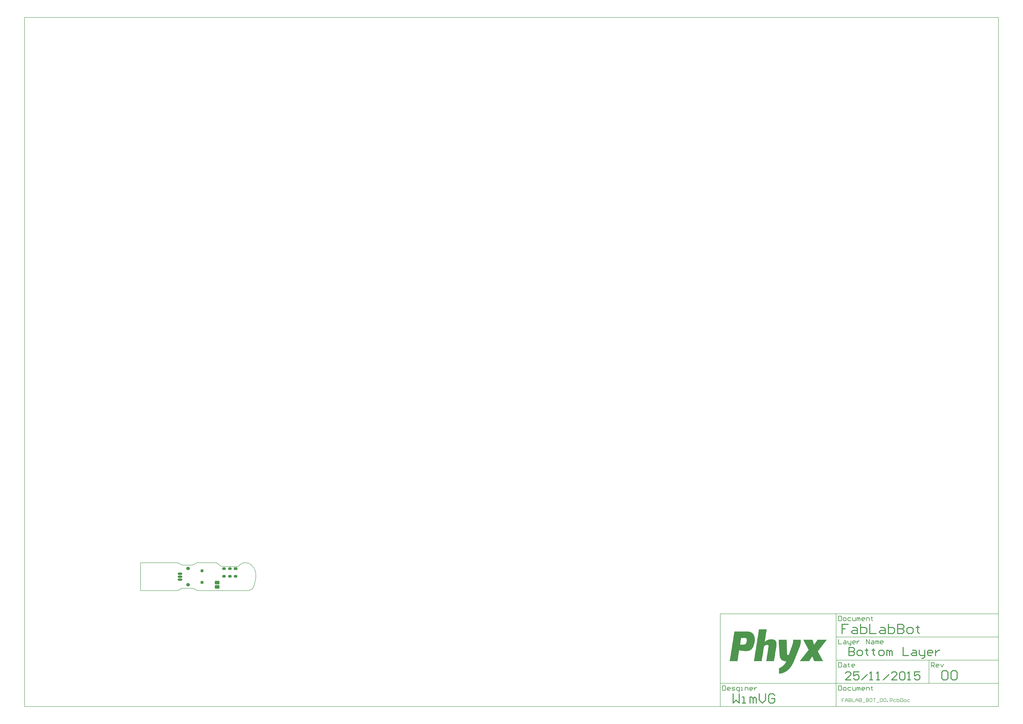
<source format=gbl>
G04 Layer_Physical_Order=2*
G04 Layer_Color=40191*
%FSLAX25Y25*%
%MOIN*%
G70*
G01*
G75*
%ADD12C,0.01575*%
%ADD13C,0.00787*%
%ADD14C,0.00984*%
%ADD15C,0.05906*%
G04:AMPARAMS|DCode=16|XSize=49.21mil|YSize=49.21mil|CornerRadius=12.3mil|HoleSize=0mil|Usage=FLASHONLY|Rotation=90.000|XOffset=0mil|YOffset=0mil|HoleType=Round|Shape=RoundedRectangle|*
%AMROUNDEDRECTD16*
21,1,0.04921,0.02461,0,0,90.0*
21,1,0.02461,0.04921,0,0,90.0*
1,1,0.02461,0.01230,0.01230*
1,1,0.02461,0.01230,-0.01230*
1,1,0.02461,-0.01230,-0.01230*
1,1,0.02461,-0.01230,0.01230*
%
%ADD16ROUNDEDRECTD16*%
%ADD17R,0.04921X0.04921*%
%ADD18O,0.07874X0.03937*%
%ADD19O,0.07874X0.03937*%
G04:AMPARAMS|DCode=20|XSize=78.74mil|YSize=62.99mil|CornerRadius=15.75mil|HoleSize=0mil|Usage=FLASHONLY|Rotation=180.000|XOffset=0mil|YOffset=0mil|HoleType=Round|Shape=RoundedRectangle|*
%AMROUNDEDRECTD20*
21,1,0.07874,0.03150,0,0,180.0*
21,1,0.04724,0.06299,0,0,180.0*
1,1,0.03150,-0.02362,0.01575*
1,1,0.03150,0.02362,0.01575*
1,1,0.03150,0.02362,-0.01575*
1,1,0.03150,-0.02362,-0.01575*
%
%ADD20ROUNDEDRECTD20*%
%ADD21O,0.06299X0.04724*%
G04:AMPARAMS|DCode=22|XSize=62.99mil|YSize=47.24mil|CornerRadius=11.81mil|HoleSize=0mil|Usage=FLASHONLY|Rotation=180.000|XOffset=0mil|YOffset=0mil|HoleType=Round|Shape=RoundedRectangle|*
%AMROUNDEDRECTD22*
21,1,0.06299,0.02362,0,0,180.0*
21,1,0.03937,0.04724,0,0,180.0*
1,1,0.02362,-0.01969,0.01181*
1,1,0.02362,0.01969,0.01181*
1,1,0.02362,0.01969,-0.01181*
1,1,0.02362,-0.01969,-0.01181*
%
%ADD22ROUNDEDRECTD22*%
G36*
X1121080Y-83717D02*
Y-84003D01*
Y-84290D01*
Y-84576D01*
Y-84862D01*
Y-85149D01*
Y-85435D01*
Y-85721D01*
Y-86007D01*
Y-86294D01*
Y-86580D01*
Y-86866D01*
Y-87153D01*
Y-87439D01*
Y-87725D01*
Y-88012D01*
Y-88298D01*
Y-88584D01*
Y-88871D01*
Y-89157D01*
Y-89443D01*
X1120793D01*
Y-89730D01*
Y-90016D01*
Y-90302D01*
Y-90588D01*
Y-90875D01*
X1120507D01*
Y-91161D01*
Y-91448D01*
Y-91734D01*
Y-92020D01*
X1120221D01*
Y-92306D01*
Y-92593D01*
Y-92879D01*
Y-93165D01*
X1119934D01*
Y-93452D01*
Y-93738D01*
Y-94024D01*
X1119648D01*
Y-94311D01*
Y-94597D01*
Y-94883D01*
X1119362D01*
Y-95170D01*
Y-95456D01*
Y-95742D01*
X1119075D01*
Y-96029D01*
Y-96315D01*
Y-96601D01*
X1118789D01*
Y-96887D01*
Y-97174D01*
X1118503D01*
Y-97460D01*
Y-97746D01*
X1118217D01*
Y-98033D01*
Y-98319D01*
Y-98605D01*
X1117930D01*
Y-98892D01*
Y-99178D01*
X1117644D01*
Y-99464D01*
Y-99751D01*
Y-100037D01*
X1117358D01*
Y-100323D01*
Y-100610D01*
X1117071D01*
Y-100896D01*
Y-101182D01*
Y-101468D01*
X1116785D01*
Y-101755D01*
Y-102041D01*
X1116499D01*
Y-102327D01*
Y-102614D01*
Y-102900D01*
X1116212D01*
Y-103186D01*
Y-103473D01*
X1115926D01*
Y-103759D01*
Y-104045D01*
Y-104332D01*
X1115640D01*
Y-104618D01*
Y-104904D01*
X1115353D01*
Y-105191D01*
Y-105477D01*
Y-105763D01*
X1115067D01*
Y-106049D01*
Y-106336D01*
X1114781D01*
Y-106622D01*
Y-106908D01*
Y-107195D01*
X1114494D01*
Y-107481D01*
Y-107767D01*
X1114208D01*
Y-108054D01*
Y-108340D01*
Y-108626D01*
X1113922D01*
Y-108913D01*
Y-109199D01*
X1113636D01*
Y-109485D01*
Y-109772D01*
Y-110058D01*
X1113349D01*
Y-110344D01*
Y-110630D01*
X1113063D01*
Y-110917D01*
Y-111203D01*
Y-111489D01*
X1112776D01*
Y-111776D01*
Y-112062D01*
X1112490D01*
Y-112348D01*
Y-112635D01*
Y-112921D01*
X1112204D01*
Y-113207D01*
Y-113494D01*
X1111918D01*
Y-113780D01*
Y-114066D01*
Y-114353D01*
X1111631D01*
Y-114639D01*
Y-114925D01*
X1111345D01*
Y-115211D01*
Y-115498D01*
Y-115784D01*
X1111059D01*
Y-116070D01*
Y-116357D01*
X1110772D01*
Y-116643D01*
Y-116929D01*
Y-117216D01*
X1110486D01*
Y-117502D01*
Y-117788D01*
X1110200D01*
Y-118075D01*
Y-118361D01*
Y-118647D01*
X1109913D01*
Y-118933D01*
Y-119220D01*
X1109627D01*
Y-119506D01*
Y-119792D01*
Y-120079D01*
X1109341D01*
Y-120365D01*
Y-120651D01*
X1109054D01*
Y-120938D01*
Y-121224D01*
X1108768D01*
Y-121510D01*
Y-121797D01*
X1108482D01*
Y-122083D01*
Y-122369D01*
Y-122656D01*
X1108195D01*
Y-122942D01*
X1107909D01*
Y-123228D01*
Y-123514D01*
Y-123801D01*
X1107623D01*
Y-124087D01*
X1107337D01*
Y-124373D01*
Y-124660D01*
X1107050D01*
Y-124946D01*
Y-125232D01*
X1106764D01*
Y-125519D01*
Y-125805D01*
X1106478D01*
Y-126091D01*
Y-126378D01*
X1106191D01*
Y-126664D01*
X1105905D01*
Y-126950D01*
Y-127237D01*
X1105619D01*
Y-127523D01*
Y-127809D01*
X1105332D01*
Y-128095D01*
X1105046D01*
Y-128382D01*
X1104760D01*
Y-128668D01*
Y-128954D01*
X1104473D01*
Y-129241D01*
X1104187D01*
Y-129527D01*
Y-129813D01*
X1103901D01*
Y-130100D01*
X1103615D01*
Y-130386D01*
X1103328D01*
Y-130672D01*
Y-130959D01*
X1103042D01*
Y-131245D01*
X1102756D01*
Y-131531D01*
X1102469D01*
Y-131818D01*
X1102183D01*
Y-132104D01*
X1101897D01*
Y-132390D01*
Y-132676D01*
X1101610D01*
Y-132963D01*
X1101324D01*
Y-133249D01*
X1101038D01*
Y-133535D01*
X1100751D01*
Y-133822D01*
X1100465D01*
Y-134108D01*
X1100179D01*
Y-134394D01*
X1099892D01*
Y-134681D01*
X1099320D01*
Y-134967D01*
X1099034D01*
Y-135253D01*
X1098747D01*
Y-135540D01*
X1098461D01*
Y-135826D01*
X1098175D01*
Y-136112D01*
X1097602D01*
Y-136399D01*
X1097316D01*
Y-136685D01*
X1096743D01*
Y-136971D01*
X1096457D01*
Y-137258D01*
X1095884D01*
Y-137544D01*
X1095598D01*
Y-137830D01*
X1095025D01*
Y-138117D01*
X1094452D01*
Y-138403D01*
X1093880D01*
Y-138689D01*
X1093307D01*
Y-138975D01*
X1092735D01*
Y-139262D01*
X1091876D01*
Y-139548D01*
X1091303D01*
Y-139834D01*
X1090444D01*
Y-140121D01*
X1089299D01*
Y-140407D01*
X1088154D01*
Y-140693D01*
X1086436D01*
Y-140980D01*
X1084432D01*
Y-141266D01*
X1084145D01*
Y-140980D01*
Y-140693D01*
Y-140407D01*
Y-140121D01*
Y-139834D01*
Y-139548D01*
Y-139262D01*
Y-138975D01*
Y-138689D01*
Y-138403D01*
Y-138117D01*
Y-137830D01*
Y-137544D01*
Y-137258D01*
Y-136971D01*
Y-136685D01*
Y-136399D01*
Y-136112D01*
Y-135826D01*
Y-135540D01*
Y-135253D01*
Y-134967D01*
Y-134681D01*
Y-134394D01*
Y-134108D01*
Y-133822D01*
Y-133535D01*
Y-133249D01*
Y-132963D01*
Y-132676D01*
Y-132390D01*
Y-132104D01*
Y-131818D01*
X1084718D01*
Y-131531D01*
X1085291D01*
Y-131245D01*
X1085863D01*
Y-130959D01*
X1086436D01*
Y-130672D01*
X1087008D01*
Y-130386D01*
X1087581D01*
Y-130100D01*
X1087867D01*
Y-129813D01*
X1088440D01*
Y-129527D01*
X1088726D01*
Y-129241D01*
X1089299D01*
Y-128954D01*
X1089585D01*
Y-128668D01*
X1089872D01*
Y-128382D01*
X1090444D01*
Y-128095D01*
X1090730D01*
Y-127809D01*
X1091017D01*
Y-127523D01*
X1091303D01*
Y-127237D01*
X1091589D01*
Y-126950D01*
X1091876D01*
Y-126664D01*
X1092162D01*
Y-126378D01*
X1092448D01*
Y-126091D01*
X1092735D01*
Y-125805D01*
X1093021D01*
Y-125519D01*
X1093307D01*
Y-125232D01*
X1093594D01*
Y-124946D01*
Y-124660D01*
X1093880D01*
Y-124373D01*
X1094166D01*
Y-124087D01*
X1094452D01*
Y-123801D01*
Y-123514D01*
X1094739D01*
Y-123228D01*
X1095025D01*
Y-122942D01*
Y-122656D01*
X1095311D01*
Y-122369D01*
Y-122083D01*
X1095598D01*
Y-121797D01*
X1095884D01*
Y-121510D01*
Y-121224D01*
X1096170D01*
Y-120938D01*
Y-120651D01*
X1096457D01*
Y-120365D01*
Y-120079D01*
X1094739D01*
Y-119792D01*
X1092735D01*
Y-119506D01*
X1091589D01*
Y-119220D01*
X1091017D01*
Y-118933D01*
X1090158D01*
Y-118647D01*
X1089585D01*
Y-118361D01*
X1089299D01*
Y-118075D01*
X1088726D01*
Y-117788D01*
X1088440D01*
Y-117502D01*
X1088154D01*
Y-117216D01*
X1087867D01*
Y-116929D01*
X1087581D01*
Y-116643D01*
X1087295D01*
Y-116357D01*
Y-116070D01*
X1087008D01*
Y-115784D01*
X1086722D01*
Y-115498D01*
Y-115211D01*
X1086436D01*
Y-114925D01*
Y-114639D01*
X1086149D01*
Y-114353D01*
Y-114066D01*
X1085863D01*
Y-113780D01*
Y-113494D01*
Y-113207D01*
X1085577D01*
Y-112921D01*
Y-112635D01*
Y-112348D01*
Y-112062D01*
X1085291D01*
Y-111776D01*
Y-111489D01*
Y-111203D01*
Y-110917D01*
Y-110630D01*
Y-110344D01*
Y-110058D01*
X1085004D01*
Y-109772D01*
Y-109485D01*
Y-109199D01*
Y-108913D01*
Y-108626D01*
Y-108340D01*
Y-108054D01*
Y-107767D01*
Y-107481D01*
Y-107195D01*
Y-106908D01*
Y-106622D01*
Y-106336D01*
Y-106049D01*
Y-105763D01*
X1084718D01*
Y-105477D01*
Y-105191D01*
Y-104904D01*
Y-104618D01*
Y-104332D01*
Y-104045D01*
Y-103759D01*
Y-103473D01*
Y-103186D01*
Y-102900D01*
Y-102614D01*
Y-102327D01*
Y-102041D01*
Y-101755D01*
Y-101468D01*
X1084432D01*
Y-101182D01*
Y-100896D01*
Y-100610D01*
Y-100323D01*
Y-100037D01*
Y-99751D01*
Y-99464D01*
Y-99178D01*
Y-98892D01*
Y-98605D01*
Y-98319D01*
Y-98033D01*
Y-97746D01*
Y-97460D01*
Y-97174D01*
Y-96887D01*
X1084145D01*
Y-96601D01*
Y-96315D01*
Y-96029D01*
Y-95742D01*
Y-95456D01*
Y-95170D01*
Y-94883D01*
Y-94597D01*
Y-94311D01*
Y-94024D01*
Y-93738D01*
Y-93452D01*
Y-93165D01*
Y-92879D01*
Y-92593D01*
Y-92306D01*
X1083859D01*
Y-92020D01*
Y-91734D01*
Y-91448D01*
Y-91161D01*
Y-90875D01*
Y-90588D01*
Y-90302D01*
Y-90016D01*
Y-89730D01*
Y-89443D01*
Y-89157D01*
Y-88871D01*
Y-88584D01*
Y-88298D01*
X1083573D01*
Y-88012D01*
Y-87725D01*
Y-87439D01*
Y-87153D01*
Y-86866D01*
Y-86580D01*
Y-86294D01*
Y-86007D01*
Y-85721D01*
Y-85435D01*
Y-85149D01*
Y-84862D01*
Y-84576D01*
Y-84290D01*
Y-84003D01*
Y-83717D01*
X1083286D01*
Y-83431D01*
X1097029D01*
Y-83717D01*
Y-84003D01*
Y-84290D01*
Y-84576D01*
Y-84862D01*
Y-85149D01*
Y-85435D01*
Y-85721D01*
Y-86007D01*
Y-86294D01*
Y-86580D01*
Y-86866D01*
Y-87153D01*
Y-87439D01*
X1097316D01*
Y-87725D01*
Y-88012D01*
Y-88298D01*
Y-88584D01*
Y-88871D01*
Y-89157D01*
Y-89443D01*
Y-89730D01*
Y-90016D01*
Y-90302D01*
Y-90588D01*
Y-90875D01*
Y-91161D01*
Y-91448D01*
Y-91734D01*
Y-92020D01*
Y-92306D01*
Y-92593D01*
Y-92879D01*
Y-93165D01*
Y-93452D01*
Y-93738D01*
Y-94024D01*
Y-94311D01*
Y-94597D01*
Y-94883D01*
Y-95170D01*
Y-95456D01*
Y-95742D01*
Y-96029D01*
Y-96315D01*
Y-96601D01*
Y-96887D01*
Y-97174D01*
Y-97460D01*
Y-97746D01*
Y-98033D01*
Y-98319D01*
Y-98605D01*
Y-98892D01*
Y-99178D01*
X1097602D01*
Y-99464D01*
X1097316D01*
Y-99751D01*
Y-100037D01*
X1097602D01*
Y-100323D01*
Y-100610D01*
Y-100896D01*
Y-101182D01*
Y-101468D01*
Y-101755D01*
Y-102041D01*
Y-102327D01*
Y-102614D01*
Y-102900D01*
Y-103186D01*
Y-103473D01*
Y-103759D01*
Y-104045D01*
Y-104332D01*
Y-104618D01*
Y-104904D01*
Y-105191D01*
Y-105477D01*
Y-105763D01*
Y-106049D01*
Y-106336D01*
Y-106622D01*
Y-106908D01*
Y-107195D01*
Y-107481D01*
X1097888D01*
Y-107767D01*
Y-108054D01*
Y-108340D01*
X1098175D01*
Y-108626D01*
X1098461D01*
Y-108913D01*
X1098747D01*
Y-109199D01*
X1099606D01*
Y-109485D01*
X1100465D01*
Y-109199D01*
X1100751D01*
Y-108913D01*
Y-108626D01*
Y-108340D01*
X1101038D01*
Y-108054D01*
Y-107767D01*
X1101324D01*
Y-107481D01*
Y-107195D01*
Y-106908D01*
X1101610D01*
Y-106622D01*
Y-106336D01*
Y-106049D01*
X1101897D01*
Y-105763D01*
Y-105477D01*
Y-105191D01*
X1102183D01*
Y-104904D01*
Y-104618D01*
Y-104332D01*
X1102469D01*
Y-104045D01*
Y-103759D01*
X1102756D01*
Y-103473D01*
Y-103186D01*
Y-102900D01*
X1103042D01*
Y-102614D01*
Y-102327D01*
Y-102041D01*
X1103328D01*
Y-101755D01*
Y-101468D01*
Y-101182D01*
X1103615D01*
Y-100896D01*
Y-100610D01*
X1103901D01*
Y-100323D01*
Y-100037D01*
Y-99751D01*
X1104187D01*
Y-99464D01*
Y-99178D01*
Y-98892D01*
X1104473D01*
Y-98605D01*
Y-98319D01*
Y-98033D01*
X1104760D01*
Y-97746D01*
Y-97460D01*
X1105046D01*
Y-97174D01*
Y-96887D01*
Y-96601D01*
X1105332D01*
Y-96315D01*
Y-96029D01*
Y-95742D01*
X1105619D01*
Y-95456D01*
Y-95170D01*
Y-94883D01*
X1105905D01*
Y-94597D01*
Y-94311D01*
X1106191D01*
Y-94024D01*
Y-93738D01*
Y-93452D01*
X1106478D01*
Y-93165D01*
Y-92879D01*
Y-92593D01*
X1106764D01*
Y-92306D01*
Y-92020D01*
Y-91734D01*
X1107050D01*
Y-91448D01*
Y-91161D01*
Y-90875D01*
Y-90588D01*
X1107337D01*
Y-90302D01*
Y-90016D01*
Y-89730D01*
Y-89443D01*
X1107623D01*
Y-89157D01*
Y-88871D01*
Y-88584D01*
Y-88298D01*
Y-88012D01*
X1107909D01*
Y-87725D01*
Y-87439D01*
Y-87153D01*
Y-86866D01*
Y-86580D01*
Y-86294D01*
X1108195D01*
Y-86007D01*
Y-85721D01*
Y-85435D01*
Y-85149D01*
Y-84862D01*
Y-84576D01*
Y-84290D01*
Y-84003D01*
Y-83717D01*
Y-83431D01*
X1121080D01*
Y-83717D01*
D02*
G37*
G36*
X1063244Y-66252D02*
Y-66538D01*
X1062958D01*
Y-66825D01*
Y-67111D01*
Y-67397D01*
Y-67684D01*
Y-67970D01*
Y-68256D01*
X1062672D01*
Y-68542D01*
Y-68829D01*
Y-69115D01*
Y-69401D01*
Y-69688D01*
Y-69974D01*
X1062385D01*
Y-70260D01*
Y-70547D01*
Y-70833D01*
Y-71119D01*
Y-71406D01*
Y-71692D01*
Y-71978D01*
X1062099D01*
Y-72264D01*
Y-72551D01*
Y-72837D01*
Y-73123D01*
Y-73410D01*
Y-73696D01*
X1061813D01*
Y-73982D01*
Y-74269D01*
Y-74555D01*
Y-74841D01*
Y-75128D01*
Y-75414D01*
X1061526D01*
Y-75700D01*
Y-75987D01*
Y-76273D01*
Y-76559D01*
Y-76846D01*
Y-77132D01*
Y-77418D01*
X1061240D01*
Y-77704D01*
Y-77991D01*
Y-78277D01*
Y-78563D01*
Y-78850D01*
Y-79136D01*
X1060954D01*
Y-79422D01*
Y-79709D01*
Y-79995D01*
Y-80281D01*
Y-80568D01*
Y-80854D01*
X1060668D01*
Y-81140D01*
Y-81427D01*
Y-81713D01*
Y-81999D01*
Y-82285D01*
Y-82572D01*
X1060381D01*
Y-82858D01*
Y-83144D01*
Y-83431D01*
Y-83717D01*
Y-84003D01*
Y-84290D01*
Y-84576D01*
X1060095D01*
Y-84862D01*
Y-85149D01*
Y-85435D01*
Y-85721D01*
Y-86007D01*
Y-86294D01*
X1059809D01*
Y-86580D01*
Y-86866D01*
X1060381D01*
Y-86580D01*
X1060668D01*
Y-86294D01*
X1060954D01*
Y-86007D01*
X1061526D01*
Y-85721D01*
X1061813D01*
Y-85435D01*
X1062099D01*
Y-85149D01*
X1062672D01*
Y-84862D01*
X1063244D01*
Y-84576D01*
X1063531D01*
Y-84290D01*
X1064103D01*
Y-84003D01*
X1064962D01*
Y-83717D01*
X1065535D01*
Y-83431D01*
X1066394D01*
Y-83144D01*
X1067825D01*
Y-82858D01*
X1074124D01*
Y-83144D01*
X1075270D01*
Y-83431D01*
X1076128D01*
Y-83717D01*
X1076701D01*
Y-84003D01*
X1076987D01*
Y-84290D01*
X1077560D01*
Y-84576D01*
X1077846D01*
Y-84862D01*
X1078133D01*
Y-85149D01*
X1078419D01*
Y-85435D01*
X1078705D01*
Y-85721D01*
Y-86007D01*
X1078992D01*
Y-86294D01*
Y-86580D01*
X1079278D01*
Y-86866D01*
Y-87153D01*
Y-87439D01*
X1079564D01*
Y-87725D01*
Y-88012D01*
Y-88298D01*
Y-88584D01*
X1079850D01*
Y-88871D01*
Y-89157D01*
Y-89443D01*
Y-89730D01*
Y-90016D01*
Y-90302D01*
Y-90588D01*
Y-90875D01*
Y-91161D01*
Y-91448D01*
Y-91734D01*
Y-92020D01*
Y-92306D01*
Y-92593D01*
Y-92879D01*
Y-93165D01*
Y-93452D01*
Y-93738D01*
X1079564D01*
Y-94024D01*
Y-94311D01*
Y-94597D01*
Y-94883D01*
Y-95170D01*
Y-95456D01*
Y-95742D01*
X1079278D01*
Y-96029D01*
Y-96315D01*
Y-96601D01*
Y-96887D01*
Y-97174D01*
Y-97460D01*
Y-97746D01*
X1078992D01*
Y-98033D01*
Y-98319D01*
Y-98605D01*
Y-98892D01*
Y-99178D01*
Y-99464D01*
X1078705D01*
Y-99751D01*
Y-100037D01*
Y-100323D01*
Y-100610D01*
Y-100896D01*
Y-101182D01*
X1078419D01*
Y-101468D01*
Y-101755D01*
Y-102041D01*
Y-102327D01*
Y-102614D01*
Y-102900D01*
X1078133D01*
Y-103186D01*
Y-103473D01*
Y-103759D01*
Y-104045D01*
Y-104332D01*
Y-104618D01*
Y-104904D01*
X1077846D01*
Y-105191D01*
Y-105477D01*
Y-105763D01*
Y-106049D01*
Y-106336D01*
Y-106622D01*
X1077560D01*
Y-106908D01*
Y-107195D01*
Y-107481D01*
Y-107767D01*
Y-108054D01*
Y-108340D01*
X1077274D01*
Y-108626D01*
Y-108913D01*
Y-109199D01*
Y-109485D01*
Y-109772D01*
Y-110058D01*
Y-110344D01*
X1076987D01*
Y-110630D01*
Y-110917D01*
Y-111203D01*
Y-111489D01*
Y-111776D01*
Y-112062D01*
X1076701D01*
Y-112348D01*
Y-112635D01*
Y-112921D01*
Y-113207D01*
Y-113494D01*
Y-113780D01*
X1076415D01*
Y-114066D01*
Y-114353D01*
Y-114639D01*
Y-114925D01*
Y-115211D01*
Y-115498D01*
X1076128D01*
Y-115784D01*
Y-116070D01*
Y-116357D01*
Y-116643D01*
Y-116929D01*
Y-117216D01*
Y-117502D01*
X1075842D01*
Y-117788D01*
Y-118075D01*
Y-118361D01*
Y-118647D01*
Y-118933D01*
Y-119220D01*
X1075556D01*
Y-119506D01*
Y-119792D01*
X1062385D01*
Y-119506D01*
Y-119220D01*
X1062672D01*
Y-118933D01*
Y-118647D01*
Y-118361D01*
Y-118075D01*
Y-117788D01*
Y-117502D01*
X1062958D01*
Y-117216D01*
Y-116929D01*
Y-116643D01*
Y-116357D01*
Y-116070D01*
Y-115784D01*
Y-115498D01*
X1063244D01*
Y-115211D01*
Y-114925D01*
Y-114639D01*
Y-114353D01*
Y-114066D01*
Y-113780D01*
X1063531D01*
Y-113494D01*
Y-113207D01*
Y-112921D01*
Y-112635D01*
Y-112348D01*
Y-112062D01*
X1063817D01*
Y-111776D01*
Y-111489D01*
Y-111203D01*
Y-110917D01*
Y-110630D01*
Y-110344D01*
Y-110058D01*
X1064103D01*
Y-109772D01*
Y-109485D01*
Y-109199D01*
Y-108913D01*
Y-108626D01*
Y-108340D01*
X1064390D01*
Y-108054D01*
Y-107767D01*
Y-107481D01*
Y-107195D01*
Y-106908D01*
Y-106622D01*
Y-106336D01*
X1064676D01*
Y-106049D01*
Y-105763D01*
Y-105477D01*
Y-105191D01*
Y-104904D01*
Y-104618D01*
X1064962D01*
Y-104332D01*
Y-104045D01*
Y-103759D01*
Y-103473D01*
Y-103186D01*
Y-102900D01*
X1065249D01*
Y-102614D01*
Y-102327D01*
Y-102041D01*
Y-101755D01*
Y-101468D01*
Y-101182D01*
X1065535D01*
Y-100896D01*
Y-100610D01*
Y-100323D01*
Y-100037D01*
Y-99751D01*
Y-99464D01*
Y-99178D01*
X1065821D01*
Y-98892D01*
Y-98605D01*
Y-98319D01*
Y-98033D01*
Y-97746D01*
Y-97460D01*
X1066107D01*
Y-97174D01*
Y-96887D01*
Y-96601D01*
Y-96315D01*
Y-96029D01*
Y-95742D01*
Y-95456D01*
X1066394D01*
Y-95170D01*
Y-94883D01*
Y-94597D01*
Y-94311D01*
Y-94024D01*
Y-93738D01*
X1066107D01*
Y-93452D01*
Y-93165D01*
X1065821D01*
Y-92879D01*
X1065535D01*
Y-92593D01*
X1064962D01*
Y-92306D01*
X1063244D01*
Y-92593D01*
X1061813D01*
Y-92879D01*
X1060954D01*
Y-93165D01*
X1060381D01*
Y-93452D01*
X1060095D01*
Y-93738D01*
X1059522D01*
Y-94024D01*
X1059236D01*
Y-94311D01*
X1058950D01*
Y-94597D01*
Y-94883D01*
X1058663D01*
Y-95170D01*
Y-95456D01*
Y-95742D01*
X1058377D01*
Y-96029D01*
Y-96315D01*
Y-96601D01*
Y-96887D01*
Y-97174D01*
Y-97460D01*
X1058091D01*
Y-97746D01*
Y-98033D01*
Y-98319D01*
Y-98605D01*
Y-98892D01*
Y-99178D01*
Y-99464D01*
X1057804D01*
Y-99751D01*
Y-100037D01*
Y-100323D01*
Y-100610D01*
Y-100896D01*
Y-101182D01*
X1057518D01*
Y-101468D01*
Y-101755D01*
Y-102041D01*
Y-102327D01*
Y-102614D01*
Y-102900D01*
X1057232D01*
Y-103186D01*
Y-103473D01*
Y-103759D01*
Y-104045D01*
Y-104332D01*
Y-104618D01*
X1056946D01*
Y-104904D01*
Y-105191D01*
Y-105477D01*
Y-105763D01*
Y-106049D01*
Y-106336D01*
Y-106622D01*
X1056659D01*
Y-106908D01*
Y-107195D01*
Y-107481D01*
Y-107767D01*
Y-108054D01*
Y-108340D01*
X1056373D01*
Y-108626D01*
Y-108913D01*
Y-109199D01*
Y-109485D01*
Y-109772D01*
Y-110058D01*
X1056087D01*
Y-110344D01*
Y-110630D01*
Y-110917D01*
Y-111203D01*
Y-111489D01*
Y-111776D01*
Y-112062D01*
X1055800D01*
Y-112348D01*
Y-112635D01*
Y-112921D01*
Y-113207D01*
Y-113494D01*
Y-113780D01*
X1055514D01*
Y-114066D01*
Y-114353D01*
Y-114639D01*
Y-114925D01*
Y-115211D01*
Y-115498D01*
X1055228D01*
Y-115784D01*
Y-116070D01*
Y-116357D01*
Y-116643D01*
Y-116929D01*
Y-117216D01*
X1054941D01*
Y-117502D01*
Y-117788D01*
Y-118075D01*
Y-118361D01*
Y-118647D01*
Y-118933D01*
Y-119220D01*
X1054655D01*
Y-119506D01*
Y-119792D01*
X1041485D01*
Y-119506D01*
Y-119220D01*
X1041771D01*
Y-118933D01*
Y-118647D01*
Y-118361D01*
Y-118075D01*
Y-117788D01*
Y-117502D01*
Y-117216D01*
X1042057D01*
Y-116929D01*
Y-116643D01*
Y-116357D01*
Y-116070D01*
Y-115784D01*
Y-115498D01*
X1042344D01*
Y-115211D01*
Y-114925D01*
Y-114639D01*
Y-114353D01*
Y-114066D01*
Y-113780D01*
X1042630D01*
Y-113494D01*
Y-113207D01*
Y-112921D01*
Y-112635D01*
Y-112348D01*
Y-112062D01*
Y-111776D01*
X1042916D01*
Y-111489D01*
Y-111203D01*
Y-110917D01*
Y-110630D01*
Y-110344D01*
Y-110058D01*
X1043202D01*
Y-109772D01*
Y-109485D01*
Y-109199D01*
Y-108913D01*
Y-108626D01*
Y-108340D01*
X1043489D01*
Y-108054D01*
Y-107767D01*
Y-107481D01*
Y-107195D01*
Y-106908D01*
Y-106622D01*
X1043775D01*
Y-106336D01*
Y-106049D01*
Y-105763D01*
Y-105477D01*
Y-105191D01*
Y-104904D01*
Y-104618D01*
X1044061D01*
Y-104332D01*
Y-104045D01*
Y-103759D01*
Y-103473D01*
Y-103186D01*
Y-102900D01*
X1044348D01*
Y-102614D01*
Y-102327D01*
Y-102041D01*
Y-101755D01*
Y-101468D01*
Y-101182D01*
X1044634D01*
Y-100896D01*
Y-100610D01*
Y-100323D01*
Y-100037D01*
Y-99751D01*
Y-99464D01*
Y-99178D01*
X1044920D01*
Y-98892D01*
Y-98605D01*
Y-98319D01*
Y-98033D01*
Y-97746D01*
Y-97460D01*
X1045207D01*
Y-97174D01*
Y-96887D01*
Y-96601D01*
Y-96315D01*
Y-96029D01*
Y-95742D01*
X1045493D01*
Y-95456D01*
Y-95170D01*
Y-94883D01*
Y-94597D01*
Y-94311D01*
Y-94024D01*
X1045779D01*
Y-93738D01*
Y-93452D01*
Y-93165D01*
Y-92879D01*
Y-92593D01*
Y-92306D01*
Y-92020D01*
X1046066D01*
Y-91734D01*
Y-91448D01*
Y-91161D01*
Y-90875D01*
Y-90588D01*
Y-90302D01*
X1046352D01*
Y-90016D01*
Y-89730D01*
Y-89443D01*
Y-89157D01*
Y-88871D01*
Y-88584D01*
X1046638D01*
Y-88298D01*
Y-88012D01*
Y-87725D01*
Y-87439D01*
Y-87153D01*
Y-86866D01*
X1046925D01*
Y-86580D01*
Y-86294D01*
Y-86007D01*
Y-85721D01*
Y-85435D01*
Y-85149D01*
Y-84862D01*
X1047211D01*
Y-84576D01*
Y-84290D01*
Y-84003D01*
Y-83717D01*
Y-83431D01*
Y-83144D01*
X1047497D01*
Y-82858D01*
Y-82572D01*
Y-82285D01*
Y-81999D01*
Y-81713D01*
Y-81427D01*
X1047783D01*
Y-81140D01*
Y-80854D01*
Y-80568D01*
Y-80281D01*
Y-79995D01*
Y-79709D01*
Y-79422D01*
X1048070D01*
Y-79136D01*
Y-78850D01*
Y-78563D01*
Y-78277D01*
Y-77991D01*
Y-77704D01*
X1048356D01*
Y-77418D01*
Y-77132D01*
Y-76846D01*
Y-76559D01*
Y-76273D01*
Y-75987D01*
X1048642D01*
Y-75700D01*
Y-75414D01*
Y-75128D01*
Y-74841D01*
Y-74555D01*
Y-74269D01*
X1048929D01*
Y-73982D01*
Y-73696D01*
Y-73410D01*
Y-73123D01*
Y-72837D01*
Y-72551D01*
Y-72264D01*
X1049215D01*
Y-71978D01*
Y-71692D01*
Y-71406D01*
Y-71119D01*
Y-70833D01*
Y-70547D01*
X1049501D01*
Y-70260D01*
Y-69974D01*
Y-69688D01*
Y-69401D01*
Y-69115D01*
Y-68829D01*
X1049788D01*
Y-68542D01*
Y-68256D01*
Y-67970D01*
Y-67684D01*
Y-67397D01*
Y-67111D01*
Y-66825D01*
X1050074D01*
Y-66538D01*
Y-66252D01*
Y-65966D01*
X1063244D01*
Y-66252D01*
D02*
G37*
G36*
X1032036Y-69688D02*
X1033754D01*
Y-69974D01*
X1034613D01*
Y-70260D01*
X1035472D01*
Y-70547D01*
X1036331D01*
Y-70833D01*
X1036904D01*
Y-71119D01*
X1037190D01*
Y-71406D01*
X1037763D01*
Y-71692D01*
X1038049D01*
Y-71978D01*
X1038622D01*
Y-72264D01*
X1038908D01*
Y-72551D01*
X1039194D01*
Y-72837D01*
X1039480D01*
Y-73123D01*
X1039767D01*
Y-73410D01*
X1040053D01*
Y-73696D01*
X1040339D01*
Y-73982D01*
Y-74269D01*
X1040626D01*
Y-74555D01*
X1040912D01*
Y-74841D01*
Y-75128D01*
X1041198D01*
Y-75414D01*
X1041485D01*
Y-75700D01*
Y-75987D01*
X1041771D01*
Y-76273D01*
Y-76559D01*
Y-76846D01*
X1042057D01*
Y-77132D01*
Y-77418D01*
Y-77704D01*
X1042344D01*
Y-77991D01*
Y-78277D01*
Y-78563D01*
Y-78850D01*
X1042630D01*
Y-79136D01*
Y-79422D01*
Y-79709D01*
Y-79995D01*
Y-80281D01*
X1042916D01*
Y-80568D01*
Y-80854D01*
Y-81140D01*
Y-81427D01*
Y-81713D01*
Y-81999D01*
Y-82285D01*
Y-82572D01*
Y-82858D01*
Y-83144D01*
Y-83431D01*
Y-83717D01*
Y-84003D01*
Y-84290D01*
Y-84576D01*
Y-84862D01*
Y-85149D01*
Y-85435D01*
Y-85721D01*
Y-86007D01*
X1042630D01*
Y-86294D01*
Y-86580D01*
Y-86866D01*
Y-87153D01*
Y-87439D01*
Y-87725D01*
Y-88012D01*
X1042344D01*
Y-88298D01*
Y-88584D01*
Y-88871D01*
Y-89157D01*
Y-89443D01*
X1042057D01*
Y-89730D01*
Y-90016D01*
Y-90302D01*
Y-90588D01*
Y-90875D01*
X1041771D01*
Y-91161D01*
Y-91448D01*
Y-91734D01*
X1041485D01*
Y-92020D01*
Y-92306D01*
Y-92593D01*
Y-92879D01*
X1041198D01*
Y-93165D01*
Y-93452D01*
Y-93738D01*
X1040912D01*
Y-94024D01*
Y-94311D01*
X1040626D01*
Y-94597D01*
Y-94883D01*
Y-95170D01*
X1040339D01*
Y-95456D01*
Y-95742D01*
X1040053D01*
Y-96029D01*
Y-96315D01*
X1039767D01*
Y-96601D01*
Y-96887D01*
X1039480D01*
Y-97174D01*
X1039194D01*
Y-97460D01*
Y-97746D01*
X1038908D01*
Y-98033D01*
X1038622D01*
Y-98319D01*
X1038335D01*
Y-98605D01*
Y-98892D01*
X1038049D01*
Y-99178D01*
X1037763D01*
Y-99464D01*
X1037476D01*
Y-99751D01*
X1037190D01*
Y-100037D01*
X1036904D01*
Y-100323D01*
X1036331D01*
Y-100610D01*
X1036045D01*
Y-100896D01*
X1035472D01*
Y-101182D01*
X1035186D01*
Y-101468D01*
X1034613D01*
Y-101755D01*
X1033754D01*
Y-102041D01*
X1032895D01*
Y-102327D01*
X1032036D01*
Y-102614D01*
X1030318D01*
Y-102900D01*
X1025165D01*
Y-102614D01*
X1022588D01*
Y-102327D01*
X1020584D01*
Y-102041D01*
X1019152D01*
Y-101755D01*
X1017721D01*
Y-101468D01*
X1016289D01*
Y-101755D01*
Y-102041D01*
Y-102327D01*
Y-102614D01*
Y-102900D01*
Y-103186D01*
Y-103473D01*
X1016003D01*
Y-103759D01*
Y-104045D01*
Y-104332D01*
Y-104618D01*
Y-104904D01*
Y-105191D01*
X1015716D01*
Y-105477D01*
Y-105763D01*
Y-106049D01*
Y-106336D01*
Y-106622D01*
Y-106908D01*
X1015430D01*
Y-107195D01*
Y-107481D01*
Y-107767D01*
Y-108054D01*
Y-108340D01*
Y-108626D01*
Y-108913D01*
X1015144D01*
Y-109199D01*
Y-109485D01*
Y-109772D01*
Y-110058D01*
Y-110344D01*
Y-110630D01*
X1014857D01*
Y-110917D01*
Y-111203D01*
Y-111489D01*
Y-111776D01*
Y-112062D01*
Y-112348D01*
X1014571D01*
Y-112635D01*
Y-112921D01*
Y-113207D01*
Y-113494D01*
Y-113780D01*
Y-114066D01*
Y-114353D01*
X1014285D01*
Y-114639D01*
Y-114925D01*
Y-115211D01*
Y-115498D01*
Y-115784D01*
Y-116070D01*
X1013999D01*
Y-116357D01*
Y-116643D01*
Y-116929D01*
Y-117216D01*
Y-117502D01*
Y-117788D01*
X1013712D01*
Y-118075D01*
Y-118361D01*
Y-118647D01*
Y-118933D01*
Y-119220D01*
Y-119506D01*
Y-119792D01*
X1000256D01*
Y-119506D01*
X1000542D01*
Y-119220D01*
Y-118933D01*
Y-118647D01*
Y-118361D01*
Y-118075D01*
X1000828D01*
Y-117788D01*
Y-117502D01*
Y-117216D01*
Y-116929D01*
Y-116643D01*
Y-116357D01*
Y-116070D01*
X1001114D01*
Y-115784D01*
Y-115498D01*
Y-115211D01*
Y-114925D01*
Y-114639D01*
Y-114353D01*
X1001401D01*
Y-114066D01*
Y-113780D01*
Y-113494D01*
Y-113207D01*
Y-112921D01*
Y-112635D01*
X1001687D01*
Y-112348D01*
Y-112062D01*
Y-111776D01*
Y-111489D01*
Y-111203D01*
Y-110917D01*
Y-110630D01*
X1001974D01*
Y-110344D01*
Y-110058D01*
Y-109772D01*
Y-109485D01*
Y-109199D01*
Y-108913D01*
X1002260D01*
Y-108626D01*
Y-108340D01*
Y-108054D01*
Y-107767D01*
Y-107481D01*
Y-107195D01*
X1002546D01*
Y-106908D01*
Y-106622D01*
Y-106336D01*
Y-106049D01*
Y-105763D01*
Y-105477D01*
X1002832D01*
Y-105191D01*
Y-104904D01*
Y-104618D01*
Y-104332D01*
Y-104045D01*
Y-103759D01*
Y-103473D01*
X1003119D01*
Y-103186D01*
Y-102900D01*
Y-102614D01*
Y-102327D01*
Y-102041D01*
Y-101755D01*
X1003405D01*
Y-101468D01*
Y-101182D01*
Y-100896D01*
Y-100610D01*
Y-100323D01*
Y-100037D01*
X1003691D01*
Y-99751D01*
Y-99464D01*
Y-99178D01*
Y-98892D01*
Y-98605D01*
Y-98319D01*
X1003978D01*
Y-98033D01*
Y-97746D01*
Y-97460D01*
Y-97174D01*
Y-96887D01*
Y-96601D01*
Y-96315D01*
X1004264D01*
Y-96029D01*
Y-95742D01*
Y-95456D01*
Y-95170D01*
Y-94883D01*
Y-94597D01*
X1004550D01*
Y-94311D01*
Y-94024D01*
Y-93738D01*
Y-93452D01*
Y-93165D01*
Y-92879D01*
X1004837D01*
Y-92593D01*
Y-92306D01*
Y-92020D01*
Y-91734D01*
Y-91448D01*
Y-91161D01*
Y-90875D01*
X1005123D01*
Y-90588D01*
Y-90302D01*
Y-90016D01*
Y-89730D01*
Y-89443D01*
Y-89157D01*
X1005409D01*
Y-88871D01*
Y-88584D01*
Y-88298D01*
Y-88012D01*
Y-87725D01*
Y-87439D01*
X1005696D01*
Y-87153D01*
Y-86866D01*
Y-86580D01*
Y-86294D01*
Y-86007D01*
Y-85721D01*
X1005982D01*
Y-85435D01*
Y-85149D01*
Y-84862D01*
Y-84576D01*
Y-84290D01*
Y-84003D01*
Y-83717D01*
X1006268D01*
Y-83431D01*
Y-83144D01*
Y-82858D01*
Y-82572D01*
Y-82285D01*
Y-81999D01*
X1006555D01*
Y-81713D01*
Y-81427D01*
Y-81140D01*
Y-80854D01*
Y-80568D01*
Y-80281D01*
X1006841D01*
Y-79995D01*
Y-79709D01*
Y-79422D01*
Y-79136D01*
Y-78850D01*
Y-78563D01*
Y-78277D01*
X1007127D01*
Y-77991D01*
Y-77704D01*
Y-77418D01*
Y-77132D01*
Y-76846D01*
Y-76559D01*
X1007413D01*
Y-76273D01*
Y-75987D01*
Y-75700D01*
Y-75414D01*
Y-75128D01*
Y-74841D01*
X1007700D01*
Y-74555D01*
Y-74269D01*
Y-73982D01*
Y-73696D01*
Y-73410D01*
Y-73123D01*
Y-72837D01*
X1007986D01*
Y-72551D01*
Y-72264D01*
Y-71978D01*
Y-71692D01*
Y-71406D01*
Y-71119D01*
X1008272D01*
Y-70833D01*
Y-70547D01*
Y-70260D01*
Y-69974D01*
Y-69688D01*
Y-69401D01*
X1032036D01*
Y-69688D01*
D02*
G37*
G36*
X1165172Y-83717D02*
X1164886D01*
Y-84003D01*
X1164599D01*
Y-84290D01*
Y-84576D01*
X1164313D01*
Y-84862D01*
X1164027D01*
Y-85149D01*
X1163740D01*
Y-85435D01*
Y-85721D01*
X1163454D01*
Y-86007D01*
X1163168D01*
Y-86294D01*
X1162881D01*
Y-86580D01*
X1162595D01*
Y-86866D01*
Y-87153D01*
X1162309D01*
Y-87439D01*
X1162022D01*
Y-87725D01*
X1161736D01*
Y-88012D01*
Y-88298D01*
X1161450D01*
Y-88584D01*
X1161163D01*
Y-88871D01*
X1160877D01*
Y-89157D01*
X1160591D01*
Y-89443D01*
Y-89730D01*
X1160305D01*
Y-90016D01*
X1160018D01*
Y-90302D01*
X1159732D01*
Y-90588D01*
Y-90875D01*
X1159445D01*
Y-91161D01*
X1159159D01*
Y-91448D01*
X1158873D01*
Y-91734D01*
Y-92020D01*
X1158587D01*
Y-92306D01*
X1158300D01*
Y-92593D01*
X1158014D01*
Y-92879D01*
X1157728D01*
Y-93165D01*
Y-93452D01*
X1157441D01*
Y-93738D01*
X1157155D01*
Y-94024D01*
X1156869D01*
Y-94311D01*
Y-94597D01*
X1156582D01*
Y-94883D01*
X1156296D01*
Y-95170D01*
X1156010D01*
Y-95456D01*
Y-95742D01*
X1155723D01*
Y-96029D01*
X1155437D01*
Y-96315D01*
X1155151D01*
Y-96601D01*
X1154865D01*
Y-96887D01*
Y-97174D01*
X1154578D01*
Y-97460D01*
X1154292D01*
Y-97746D01*
X1154006D01*
Y-98033D01*
Y-98319D01*
X1153719D01*
Y-98605D01*
X1153433D01*
Y-98892D01*
X1153147D01*
Y-99178D01*
Y-99464D01*
X1152860D01*
Y-99751D01*
X1152574D01*
Y-100037D01*
X1152288D01*
Y-100323D01*
X1152001D01*
Y-100610D01*
Y-100896D01*
X1151715D01*
Y-101182D01*
X1151429D01*
Y-101468D01*
X1151142D01*
Y-101755D01*
Y-102041D01*
X1150856D01*
Y-102327D01*
X1150570D01*
Y-102614D01*
X1150284D01*
Y-102900D01*
X1149997D01*
Y-103186D01*
Y-103473D01*
X1150284D01*
Y-103759D01*
Y-104045D01*
X1150570D01*
Y-104332D01*
Y-104618D01*
X1150856D01*
Y-104904D01*
X1151142D01*
Y-105191D01*
Y-105477D01*
X1151429D01*
Y-105763D01*
Y-106049D01*
X1151715D01*
Y-106336D01*
Y-106622D01*
X1152001D01*
Y-106908D01*
Y-107195D01*
X1152288D01*
Y-107481D01*
Y-107767D01*
X1152574D01*
Y-108054D01*
Y-108340D01*
X1152860D01*
Y-108626D01*
Y-108913D01*
X1153147D01*
Y-109199D01*
Y-109485D01*
X1153433D01*
Y-109772D01*
X1153719D01*
Y-110058D01*
Y-110344D01*
X1154006D01*
Y-110630D01*
Y-110917D01*
X1154292D01*
Y-111203D01*
Y-111489D01*
X1154578D01*
Y-111776D01*
Y-112062D01*
X1154865D01*
Y-112348D01*
Y-112635D01*
X1155151D01*
Y-112921D01*
Y-113207D01*
X1155437D01*
Y-113494D01*
Y-113780D01*
X1155723D01*
Y-114066D01*
X1156010D01*
Y-114353D01*
Y-114639D01*
X1156296D01*
Y-114925D01*
Y-115211D01*
X1156582D01*
Y-115498D01*
Y-115784D01*
X1156869D01*
Y-116070D01*
Y-116357D01*
X1157155D01*
Y-116643D01*
Y-116929D01*
X1157441D01*
Y-117216D01*
Y-117502D01*
X1157728D01*
Y-117788D01*
Y-118075D01*
X1158014D01*
Y-118361D01*
X1158300D01*
Y-118647D01*
Y-118933D01*
X1158587D01*
Y-119220D01*
Y-119506D01*
X1158873D01*
Y-119792D01*
X1143698D01*
Y-119506D01*
X1143412D01*
Y-119220D01*
Y-118933D01*
Y-118647D01*
X1143126D01*
Y-118361D01*
Y-118075D01*
Y-117788D01*
X1142839D01*
Y-117502D01*
Y-117216D01*
X1142553D01*
Y-116929D01*
Y-116643D01*
Y-116357D01*
X1142267D01*
Y-116070D01*
Y-115784D01*
Y-115498D01*
X1141980D01*
Y-115211D01*
Y-114925D01*
X1141694D01*
Y-114639D01*
Y-114353D01*
Y-114066D01*
X1141408D01*
Y-113780D01*
Y-113494D01*
Y-113207D01*
X1141121D01*
Y-112921D01*
Y-112635D01*
Y-112348D01*
X1140835D01*
Y-112062D01*
X1140263D01*
Y-112348D01*
Y-112635D01*
X1139976D01*
Y-112921D01*
X1139690D01*
Y-113207D01*
Y-113494D01*
X1139404D01*
Y-113780D01*
X1139117D01*
Y-114066D01*
Y-114353D01*
X1138831D01*
Y-114639D01*
X1138545D01*
Y-114925D01*
Y-115211D01*
X1138258D01*
Y-115498D01*
X1137972D01*
Y-115784D01*
X1137686D01*
Y-116070D01*
Y-116357D01*
X1137399D01*
Y-116643D01*
X1137113D01*
Y-116929D01*
Y-117216D01*
X1136827D01*
Y-117502D01*
X1136541D01*
Y-117788D01*
Y-118075D01*
X1136254D01*
Y-118361D01*
X1135968D01*
Y-118647D01*
Y-118933D01*
X1135682D01*
Y-119220D01*
X1135395D01*
Y-119506D01*
Y-119792D01*
X1119362D01*
Y-119506D01*
X1119648D01*
Y-119220D01*
X1119934D01*
Y-118933D01*
X1120221D01*
Y-118647D01*
X1120507D01*
Y-118361D01*
Y-118075D01*
X1120793D01*
Y-117788D01*
X1121080D01*
Y-117502D01*
X1121366D01*
Y-117216D01*
X1121652D01*
Y-116929D01*
Y-116643D01*
X1121939D01*
Y-116357D01*
X1122225D01*
Y-116070D01*
X1122511D01*
Y-115784D01*
Y-115498D01*
X1122797D01*
Y-115211D01*
X1123084D01*
Y-114925D01*
X1123370D01*
Y-114639D01*
X1123656D01*
Y-114353D01*
Y-114066D01*
X1123943D01*
Y-113780D01*
X1124229D01*
Y-113494D01*
X1124515D01*
Y-113207D01*
X1124802D01*
Y-112921D01*
Y-112635D01*
X1125088D01*
Y-112348D01*
X1125374D01*
Y-112062D01*
X1125661D01*
Y-111776D01*
Y-111489D01*
X1125947D01*
Y-111203D01*
X1126233D01*
Y-110917D01*
X1126519D01*
Y-110630D01*
X1126806D01*
Y-110344D01*
Y-110058D01*
X1127092D01*
Y-109772D01*
X1127378D01*
Y-109485D01*
X1127665D01*
Y-109199D01*
Y-108913D01*
X1127951D01*
Y-108626D01*
X1128237D01*
Y-108340D01*
X1128524D01*
Y-108054D01*
X1128810D01*
Y-107767D01*
Y-107481D01*
X1129096D01*
Y-107195D01*
X1129383D01*
Y-106908D01*
X1129669D01*
Y-106622D01*
Y-106336D01*
X1129955D01*
Y-106049D01*
X1130242D01*
Y-105763D01*
X1130528D01*
Y-105477D01*
X1130814D01*
Y-105191D01*
Y-104904D01*
X1131100D01*
Y-104618D01*
X1131387D01*
Y-104332D01*
X1131673D01*
Y-104045D01*
X1131960D01*
Y-103759D01*
Y-103473D01*
X1132246D01*
Y-103186D01*
X1132532D01*
Y-102900D01*
X1132818D01*
Y-102614D01*
Y-102327D01*
X1133105D01*
Y-102041D01*
X1133391D01*
Y-101755D01*
X1133677D01*
Y-101468D01*
X1133964D01*
Y-101182D01*
Y-100896D01*
X1134250D01*
Y-100610D01*
Y-100323D01*
Y-100037D01*
X1133964D01*
Y-99751D01*
X1133677D01*
Y-99464D01*
Y-99178D01*
X1133391D01*
Y-98892D01*
Y-98605D01*
X1133105D01*
Y-98319D01*
Y-98033D01*
X1132818D01*
Y-97746D01*
Y-97460D01*
X1132532D01*
Y-97174D01*
Y-96887D01*
X1132246D01*
Y-96601D01*
Y-96315D01*
X1131960D01*
Y-96029D01*
X1131673D01*
Y-95742D01*
Y-95456D01*
X1131387D01*
Y-95170D01*
Y-94883D01*
X1131100D01*
Y-94597D01*
Y-94311D01*
X1130814D01*
Y-94024D01*
Y-93738D01*
X1130528D01*
Y-93452D01*
Y-93165D01*
X1130242D01*
Y-92879D01*
Y-92593D01*
X1129955D01*
Y-92306D01*
X1129669D01*
Y-92020D01*
Y-91734D01*
X1129383D01*
Y-91448D01*
Y-91161D01*
X1129096D01*
Y-90875D01*
Y-90588D01*
X1128810D01*
Y-90302D01*
Y-90016D01*
X1128524D01*
Y-89730D01*
Y-89443D01*
X1128237D01*
Y-89157D01*
Y-88871D01*
X1127951D01*
Y-88584D01*
Y-88298D01*
X1127665D01*
Y-88012D01*
X1127378D01*
Y-87725D01*
Y-87439D01*
X1127092D01*
Y-87153D01*
Y-86866D01*
X1126806D01*
Y-86580D01*
Y-86294D01*
X1126519D01*
Y-86007D01*
Y-85721D01*
X1126233D01*
Y-85435D01*
Y-85149D01*
X1125947D01*
Y-84862D01*
Y-84576D01*
X1125661D01*
Y-84290D01*
X1125374D01*
Y-84003D01*
Y-83717D01*
X1125088D01*
Y-83431D01*
X1140835D01*
Y-83717D01*
X1141121D01*
Y-84003D01*
Y-84290D01*
Y-84576D01*
X1141408D01*
Y-84862D01*
Y-85149D01*
Y-85435D01*
X1141694D01*
Y-85721D01*
Y-86007D01*
Y-86294D01*
X1141980D01*
Y-86580D01*
Y-86866D01*
Y-87153D01*
X1142267D01*
Y-87439D01*
Y-87725D01*
Y-88012D01*
X1142553D01*
Y-88298D01*
Y-88584D01*
Y-88871D01*
X1142839D01*
Y-89157D01*
Y-89443D01*
Y-89730D01*
X1143126D01*
Y-90016D01*
Y-90302D01*
Y-90588D01*
X1143412D01*
Y-90875D01*
Y-91161D01*
Y-91448D01*
Y-91734D01*
X1143985D01*
Y-91448D01*
X1144271D01*
Y-91161D01*
X1144557D01*
Y-90875D01*
Y-90588D01*
X1144844D01*
Y-90302D01*
X1145130D01*
Y-90016D01*
Y-89730D01*
X1145416D01*
Y-89443D01*
X1145702D01*
Y-89157D01*
Y-88871D01*
X1145989D01*
Y-88584D01*
X1146275D01*
Y-88298D01*
Y-88012D01*
X1146561D01*
Y-87725D01*
X1146848D01*
Y-87439D01*
Y-87153D01*
X1147134D01*
Y-86866D01*
X1147420D01*
Y-86580D01*
Y-86294D01*
X1147707D01*
Y-86007D01*
X1147993D01*
Y-85721D01*
Y-85435D01*
X1148279D01*
Y-85149D01*
X1148566D01*
Y-84862D01*
Y-84576D01*
X1148852D01*
Y-84290D01*
X1149138D01*
Y-84003D01*
Y-83717D01*
X1149425D01*
Y-83431D01*
X1165172D01*
Y-83717D01*
D02*
G37*
%LPC*%
G36*
X1027742Y-80568D02*
X1019725D01*
Y-80854D01*
Y-81140D01*
Y-81427D01*
Y-81713D01*
Y-81999D01*
X1019438D01*
Y-82285D01*
Y-82572D01*
Y-82858D01*
Y-83144D01*
Y-83431D01*
Y-83717D01*
X1019152D01*
Y-84003D01*
Y-84290D01*
Y-84576D01*
Y-84862D01*
Y-85149D01*
Y-85435D01*
X1018866D01*
Y-85721D01*
Y-86007D01*
Y-86294D01*
Y-86580D01*
Y-86866D01*
Y-87153D01*
X1018580D01*
Y-87439D01*
Y-87725D01*
Y-88012D01*
Y-88298D01*
Y-88584D01*
Y-88871D01*
Y-89157D01*
X1018293D01*
Y-89443D01*
Y-89730D01*
Y-90016D01*
Y-90302D01*
Y-90588D01*
Y-90875D01*
X1018007D01*
Y-91161D01*
Y-91448D01*
Y-91734D01*
X1025165D01*
Y-91448D01*
X1026310D01*
Y-91161D01*
X1026883D01*
Y-90875D01*
X1027169D01*
Y-90588D01*
X1027455D01*
Y-90302D01*
X1027742D01*
Y-90016D01*
X1028028D01*
Y-89730D01*
Y-89443D01*
X1028314D01*
Y-89157D01*
Y-88871D01*
X1028601D01*
Y-88584D01*
Y-88298D01*
X1028887D01*
Y-88012D01*
Y-87725D01*
Y-87439D01*
Y-87153D01*
X1029173D01*
Y-86866D01*
Y-86580D01*
Y-86294D01*
Y-86007D01*
Y-85721D01*
X1029459D01*
Y-85435D01*
Y-85149D01*
Y-84862D01*
Y-84576D01*
Y-84290D01*
Y-84003D01*
Y-83717D01*
Y-83431D01*
Y-83144D01*
Y-82858D01*
Y-82572D01*
X1029173D01*
Y-82285D01*
Y-81999D01*
X1028887D01*
Y-81713D01*
Y-81427D01*
X1028601D01*
Y-81140D01*
X1028314D01*
Y-80854D01*
X1027742D01*
Y-80568D01*
D02*
G37*
%LPD*%
D12*
X1202756Y-96461D02*
Y-110236D01*
X1209643D01*
X1211939Y-107940D01*
Y-105645D01*
X1209643Y-103349D01*
X1202756D01*
X1209643D01*
X1211939Y-101053D01*
Y-98757D01*
X1209643Y-96461D01*
X1202756D01*
X1218827Y-110236D02*
X1223419D01*
X1225714Y-107940D01*
Y-103349D01*
X1223419Y-101053D01*
X1218827D01*
X1216531Y-103349D01*
Y-107940D01*
X1218827Y-110236D01*
X1232602Y-98757D02*
Y-101053D01*
X1230306D01*
X1234898D01*
X1232602D01*
Y-107940D01*
X1234898Y-110236D01*
X1244081Y-98757D02*
Y-101053D01*
X1241785D01*
X1246377D01*
X1244081D01*
Y-107940D01*
X1246377Y-110236D01*
X1255560D02*
X1260152D01*
X1262448Y-107940D01*
Y-103349D01*
X1260152Y-101053D01*
X1255560D01*
X1253265Y-103349D01*
Y-107940D01*
X1255560Y-110236D01*
X1267040D02*
Y-101053D01*
X1269335D01*
X1271631Y-103349D01*
Y-110236D01*
Y-103349D01*
X1273927Y-101053D01*
X1276223Y-103349D01*
Y-110236D01*
X1294590Y-96461D02*
Y-110236D01*
X1303773D01*
X1310661Y-101053D02*
X1315252D01*
X1317548Y-103349D01*
Y-110236D01*
X1310661D01*
X1308365Y-107940D01*
X1310661Y-105645D01*
X1317548D01*
X1322140Y-101053D02*
Y-107940D01*
X1324436Y-110236D01*
X1331323D01*
Y-112532D01*
X1329027Y-114828D01*
X1326732D01*
X1331323Y-110236D02*
Y-101053D01*
X1342803Y-110236D02*
X1338211D01*
X1335915Y-107940D01*
Y-103349D01*
X1338211Y-101053D01*
X1342803D01*
X1345098Y-103349D01*
Y-105645D01*
X1335915D01*
X1349690Y-101053D02*
Y-110236D01*
Y-105645D01*
X1351986Y-103349D01*
X1354282Y-101053D01*
X1356578D01*
X1005906Y-175202D02*
Y-190945D01*
X1011153Y-185697D01*
X1016401Y-190945D01*
Y-175202D01*
X1021649Y-190945D02*
X1026896D01*
X1024272D01*
Y-180450D01*
X1021649D01*
X1034768Y-190945D02*
Y-180450D01*
X1037391D01*
X1040015Y-183073D01*
Y-190945D01*
Y-183073D01*
X1042639Y-180450D01*
X1045263Y-183073D01*
Y-190945D01*
X1050511Y-175202D02*
Y-185697D01*
X1055758Y-190945D01*
X1061006Y-185697D01*
Y-175202D01*
X1076749Y-177826D02*
X1074125Y-175202D01*
X1068877D01*
X1066253Y-177826D01*
Y-188321D01*
X1068877Y-190945D01*
X1074125D01*
X1076749Y-188321D01*
Y-183073D01*
X1071501D01*
X1360236Y-138456D02*
X1362860Y-135832D01*
X1368108D01*
X1370732Y-138456D01*
Y-148951D01*
X1368108Y-151575D01*
X1362860D01*
X1360236Y-148951D01*
Y-138456D01*
X1375979D02*
X1378603Y-135832D01*
X1383851D01*
X1386475Y-138456D01*
Y-148951D01*
X1383851Y-151575D01*
X1378603D01*
X1375979Y-148951D01*
Y-138456D01*
X1206034Y-151575D02*
X1196850D01*
X1206034Y-142391D01*
Y-140096D01*
X1203738Y-137800D01*
X1199146D01*
X1196850Y-140096D01*
X1219809Y-137800D02*
X1210625D01*
Y-144687D01*
X1215217Y-142391D01*
X1217513D01*
X1219809Y-144687D01*
Y-149279D01*
X1217513Y-151575D01*
X1212921D01*
X1210625Y-149279D01*
X1224401Y-151575D02*
X1233584Y-142391D01*
X1238176Y-151575D02*
X1242767D01*
X1240471D01*
Y-137800D01*
X1238176Y-140096D01*
X1249655Y-151575D02*
X1254247D01*
X1251951D01*
Y-137800D01*
X1249655Y-140096D01*
X1261134Y-151575D02*
X1270317Y-142391D01*
X1284093Y-151575D02*
X1274909D01*
X1284093Y-142391D01*
Y-140096D01*
X1281797Y-137800D01*
X1277205D01*
X1274909Y-140096D01*
X1288684D02*
X1290980Y-137800D01*
X1295572D01*
X1297868Y-140096D01*
Y-149279D01*
X1295572Y-151575D01*
X1290980D01*
X1288684Y-149279D01*
Y-140096D01*
X1302459Y-151575D02*
X1307051D01*
X1304755D01*
Y-137800D01*
X1302459Y-140096D01*
X1323122Y-137800D02*
X1313939D01*
Y-144687D01*
X1318530Y-142391D01*
X1320826D01*
X1323122Y-144687D01*
Y-149279D01*
X1320826Y-151575D01*
X1316234D01*
X1313939Y-149279D01*
X1201440Y-57092D02*
X1190945D01*
Y-64963D01*
X1196192D01*
X1190945D01*
Y-72835D01*
X1209312Y-62339D02*
X1214559D01*
X1217183Y-64963D01*
Y-72835D01*
X1209312D01*
X1206688Y-70211D01*
X1209312Y-67587D01*
X1217183D01*
X1222431Y-57092D02*
Y-72835D01*
X1230302D01*
X1232926Y-70211D01*
Y-67587D01*
Y-64963D01*
X1230302Y-62339D01*
X1222431D01*
X1238174Y-57092D02*
Y-72835D01*
X1248669D01*
X1256540Y-62339D02*
X1261788D01*
X1264412Y-64963D01*
Y-72835D01*
X1256540D01*
X1253917Y-70211D01*
X1256540Y-67587D01*
X1264412D01*
X1269660Y-57092D02*
Y-72835D01*
X1277531D01*
X1280155Y-70211D01*
Y-67587D01*
Y-64963D01*
X1277531Y-62339D01*
X1269660D01*
X1285402Y-57092D02*
Y-72835D01*
X1293274D01*
X1295898Y-70211D01*
Y-67587D01*
X1293274Y-64963D01*
X1285402D01*
X1293274D01*
X1295898Y-62339D01*
Y-59715D01*
X1293274Y-57092D01*
X1285402D01*
X1303769Y-72835D02*
X1309017D01*
X1311641Y-70211D01*
Y-64963D01*
X1309017Y-62339D01*
X1303769D01*
X1301145Y-64963D01*
Y-70211D01*
X1303769Y-72835D01*
X1319512Y-59715D02*
Y-62339D01*
X1316888D01*
X1322136D01*
X1319512D01*
Y-70211D01*
X1322136Y-72835D01*
D13*
X62177Y0D02*
G03*
X66929Y1969I0J6721D01*
G01*
X71681Y3937D02*
G03*
X66929Y1969I0J-6721D01*
G01*
X92520D02*
G03*
X87767Y3937I-4752J-4752D01*
G01*
X92520Y1969D02*
G03*
X97272Y0I4752J4752D01*
G01*
Y47244D02*
G03*
X92520Y45276I0J-6721D01*
G01*
X87767Y43307D02*
G03*
X92520Y45276I0J6721D01*
G01*
X66929D02*
G03*
X71681Y43307I4752J4752D01*
G01*
X66929Y45276D02*
G03*
X62177Y47244I-4752J-4752D01*
G01*
X164471Y40945D02*
G03*
X167323Y42126I0J4033D01*
G01*
X134646Y42520D02*
G03*
X138448Y40945I3802J3802D01*
G01*
X131870Y45295D02*
G03*
X127165Y47244I-4705J-4705D01*
G01*
X97272Y0D02*
X182677D01*
X71681Y3937D02*
X87767D01*
X0Y0D02*
X62177D01*
X0Y47244D02*
X62177D01*
X71681Y43307D02*
X87767D01*
X0Y0D02*
Y47244D01*
X181102Y46850D02*
X183465Y46063D01*
X186614Y44488D01*
X188583Y42913D01*
X190551Y40945D01*
X192126Y38976D01*
X194488Y34252D01*
X195276Y31102D01*
X195669Y27953D01*
Y22047D02*
Y27953D01*
X195276Y19291D02*
X195669Y22047D01*
X193307Y10630D02*
X195276Y19291D01*
X191732Y5512D02*
X193307Y10630D01*
X190157Y3150D02*
X191732Y5512D01*
X187402Y1181D02*
X190157Y3150D01*
X185039Y394D02*
X187402Y1181D01*
X182677Y0D02*
X185039Y394D01*
X177559Y47244D02*
X181102Y46850D01*
X170472Y45276D02*
X173622Y46850D01*
X168898Y43701D02*
X170472Y45276D01*
X167323Y42126D02*
X168898Y43701D01*
X138448Y40945D02*
X164471D01*
X131870Y45295D02*
X134646Y42520D01*
X173622Y46850D02*
X177559Y47244D01*
X97272D02*
X127165D01*
X1338583Y-157480D02*
Y-118110D01*
X1181102Y-78740D02*
X1456693D01*
X1181102Y-118110D02*
X1456693D01*
X984252Y-157480D02*
X1456693D01*
X984252Y-39370D02*
X1456693D01*
X984252Y-196850D02*
Y-39370D01*
X1181102Y-196850D02*
Y-39370D01*
X-196850Y972441D02*
X1456693D01*
Y-196850D02*
Y972441D01*
X-196850Y-196850D02*
Y972441D01*
Y-196850D02*
X1456693D01*
X1194881Y-183073D02*
X1190945D01*
Y-186025D01*
X1192913D01*
X1190945D01*
Y-188976D01*
X1196848D02*
Y-185041D01*
X1198816Y-183073D01*
X1200784Y-185041D01*
Y-188976D01*
Y-186025D01*
X1196848D01*
X1202752Y-183073D02*
Y-188976D01*
X1205704D01*
X1206688Y-187993D01*
Y-187009D01*
X1205704Y-186025D01*
X1202752D01*
X1205704D01*
X1206688Y-185041D01*
Y-184057D01*
X1205704Y-183073D01*
X1202752D01*
X1208656D02*
Y-188976D01*
X1212591D01*
X1214559D02*
Y-185041D01*
X1216527Y-183073D01*
X1218495Y-185041D01*
Y-188976D01*
Y-186025D01*
X1214559D01*
X1220463Y-183073D02*
Y-188976D01*
X1223415D01*
X1224399Y-187993D01*
Y-187009D01*
X1223415Y-186025D01*
X1220463D01*
X1223415D01*
X1224399Y-185041D01*
Y-184057D01*
X1223415Y-183073D01*
X1220463D01*
X1226367Y-189960D02*
X1230302D01*
X1232270Y-183073D02*
Y-188976D01*
X1235222D01*
X1236206Y-187993D01*
Y-187009D01*
X1235222Y-186025D01*
X1232270D01*
X1235222D01*
X1236206Y-185041D01*
Y-184057D01*
X1235222Y-183073D01*
X1232270D01*
X1241125D02*
X1239158D01*
X1238174Y-184057D01*
Y-187993D01*
X1239158Y-188976D01*
X1241125D01*
X1242109Y-187993D01*
Y-184057D01*
X1241125Y-183073D01*
X1244077D02*
X1248013D01*
X1246045D01*
Y-188976D01*
X1249981Y-189960D02*
X1253917D01*
X1255884Y-184057D02*
X1256868Y-183073D01*
X1258836D01*
X1259820Y-184057D01*
Y-187993D01*
X1258836Y-188976D01*
X1256868D01*
X1255884Y-187993D01*
Y-184057D01*
X1261788D02*
X1262772Y-183073D01*
X1264740D01*
X1265724Y-184057D01*
Y-187993D01*
X1264740Y-188976D01*
X1262772D01*
X1261788Y-187993D01*
Y-184057D01*
X1267692Y-188976D02*
Y-187993D01*
X1268676D01*
Y-188976D01*
X1267692D01*
X1272611D02*
Y-183073D01*
X1275563D01*
X1276547Y-184057D01*
Y-186025D01*
X1275563Y-187009D01*
X1272611D01*
X1282451Y-185041D02*
X1279499D01*
X1278515Y-186025D01*
Y-187993D01*
X1279499Y-188976D01*
X1282451D01*
X1284418Y-183073D02*
Y-188976D01*
X1287370D01*
X1288354Y-187993D01*
Y-187009D01*
Y-186025D01*
X1287370Y-185041D01*
X1284418D01*
X1290322Y-183073D02*
Y-188976D01*
X1293274D01*
X1294258Y-187993D01*
Y-184057D01*
X1293274Y-183073D01*
X1290322D01*
X1297210Y-188976D02*
X1299177D01*
X1300161Y-187993D01*
Y-186025D01*
X1299177Y-185041D01*
X1297210D01*
X1296226Y-186025D01*
Y-187993D01*
X1297210Y-188976D01*
X1306065Y-185041D02*
X1303113D01*
X1302129Y-186025D01*
Y-187993D01*
X1303113Y-188976D01*
X1306065D01*
D14*
X1342520Y-129921D02*
Y-122050D01*
X1346455D01*
X1347767Y-123362D01*
Y-125986D01*
X1346455Y-127297D01*
X1342520D01*
X1345144D02*
X1347767Y-129921D01*
X1354327D02*
X1351703D01*
X1350391Y-128609D01*
Y-125986D01*
X1351703Y-124674D01*
X1354327D01*
X1355639Y-125986D01*
Y-127297D01*
X1350391D01*
X1358263Y-124674D02*
X1360886Y-129921D01*
X1363510Y-124674D01*
X988189Y-161420D02*
Y-169291D01*
X992125D01*
X993437Y-167979D01*
Y-162732D01*
X992125Y-161420D01*
X988189D01*
X999996Y-169291D02*
X997372D01*
X996060Y-167979D01*
Y-165356D01*
X997372Y-164044D01*
X999996D01*
X1001308Y-165356D01*
Y-166667D01*
X996060D01*
X1003932Y-169291D02*
X1007868D01*
X1009180Y-167979D01*
X1007868Y-166667D01*
X1005244D01*
X1003932Y-165356D01*
X1005244Y-164044D01*
X1009180D01*
X1014427Y-171915D02*
X1015739D01*
X1017051Y-170603D01*
Y-164044D01*
X1013115D01*
X1011803Y-165356D01*
Y-167979D01*
X1013115Y-169291D01*
X1017051D01*
X1019675D02*
X1022299D01*
X1020987D01*
Y-164044D01*
X1019675D01*
X1026235Y-169291D02*
Y-164044D01*
X1030170D01*
X1031482Y-165356D01*
Y-169291D01*
X1038042D02*
X1035418D01*
X1034106Y-167979D01*
Y-165356D01*
X1035418Y-164044D01*
X1038042D01*
X1039354Y-165356D01*
Y-166667D01*
X1034106D01*
X1041977Y-164044D02*
Y-169291D01*
Y-166667D01*
X1043289Y-165356D01*
X1044601Y-164044D01*
X1045913D01*
X1185039Y-43310D02*
Y-51181D01*
X1188975D01*
X1190287Y-49869D01*
Y-44622D01*
X1188975Y-43310D01*
X1185039D01*
X1194223Y-51181D02*
X1196847D01*
X1198158Y-49869D01*
Y-47245D01*
X1196847Y-45933D01*
X1194223D01*
X1192911Y-47245D01*
Y-49869D01*
X1194223Y-51181D01*
X1206030Y-45933D02*
X1202094D01*
X1200782Y-47245D01*
Y-49869D01*
X1202094Y-51181D01*
X1206030D01*
X1208654Y-45933D02*
Y-49869D01*
X1209966Y-51181D01*
X1213902D01*
Y-45933D01*
X1216525Y-51181D02*
Y-45933D01*
X1217837D01*
X1219149Y-47245D01*
Y-51181D01*
Y-47245D01*
X1220461Y-45933D01*
X1221773Y-47245D01*
Y-51181D01*
X1228333D02*
X1225709D01*
X1224397Y-49869D01*
Y-47245D01*
X1225709Y-45933D01*
X1228333D01*
X1229644Y-47245D01*
Y-48557D01*
X1224397D01*
X1232268Y-51181D02*
Y-45933D01*
X1236204D01*
X1237516Y-47245D01*
Y-51181D01*
X1241452Y-44622D02*
Y-45933D01*
X1240140D01*
X1242764D01*
X1241452D01*
Y-49869D01*
X1242764Y-51181D01*
X1185039Y-82680D02*
Y-90551D01*
X1190287D01*
X1194223Y-85303D02*
X1196847D01*
X1198158Y-86615D01*
Y-90551D01*
X1194223D01*
X1192911Y-89239D01*
X1194223Y-87927D01*
X1198158D01*
X1200782Y-85303D02*
Y-89239D01*
X1202094Y-90551D01*
X1206030D01*
Y-91863D01*
X1204718Y-93175D01*
X1203406D01*
X1206030Y-90551D02*
Y-85303D01*
X1212590Y-90551D02*
X1209966D01*
X1208654Y-89239D01*
Y-86615D01*
X1209966Y-85303D01*
X1212590D01*
X1213902Y-86615D01*
Y-87927D01*
X1208654D01*
X1216525Y-85303D02*
Y-90551D01*
Y-87927D01*
X1217837Y-86615D01*
X1219149Y-85303D01*
X1220461D01*
X1232268Y-90551D02*
Y-82680D01*
X1237516Y-90551D01*
Y-82680D01*
X1241452Y-85303D02*
X1244075D01*
X1245387Y-86615D01*
Y-90551D01*
X1241452D01*
X1240140Y-89239D01*
X1241452Y-87927D01*
X1245387D01*
X1248011Y-90551D02*
Y-85303D01*
X1249323D01*
X1250635Y-86615D01*
Y-90551D01*
Y-86615D01*
X1251947Y-85303D01*
X1253259Y-86615D01*
Y-90551D01*
X1259818D02*
X1257195D01*
X1255883Y-89239D01*
Y-86615D01*
X1257195Y-85303D01*
X1259818D01*
X1261130Y-86615D01*
Y-87927D01*
X1255883D01*
X1185039Y-122050D02*
Y-129921D01*
X1188975D01*
X1190287Y-128609D01*
Y-123362D01*
X1188975Y-122050D01*
X1185039D01*
X1194223Y-124674D02*
X1196847D01*
X1198158Y-125986D01*
Y-129921D01*
X1194223D01*
X1192911Y-128609D01*
X1194223Y-127297D01*
X1198158D01*
X1202094Y-123362D02*
Y-124674D01*
X1200782D01*
X1203406D01*
X1202094D01*
Y-128609D01*
X1203406Y-129921D01*
X1211278D02*
X1208654D01*
X1207342Y-128609D01*
Y-125986D01*
X1208654Y-124674D01*
X1211278D01*
X1212589Y-125986D01*
Y-127297D01*
X1207342D01*
X1185039Y-161420D02*
Y-169291D01*
X1188975D01*
X1190287Y-167979D01*
Y-162732D01*
X1188975Y-161420D01*
X1185039D01*
X1194223Y-169291D02*
X1196847D01*
X1198158Y-167979D01*
Y-165356D01*
X1196847Y-164044D01*
X1194223D01*
X1192911Y-165356D01*
Y-167979D01*
X1194223Y-169291D01*
X1206030Y-164044D02*
X1202094D01*
X1200782Y-165356D01*
Y-167979D01*
X1202094Y-169291D01*
X1206030D01*
X1208654Y-164044D02*
Y-167979D01*
X1209966Y-169291D01*
X1213902D01*
Y-164044D01*
X1216525Y-169291D02*
Y-164044D01*
X1217837D01*
X1219149Y-165356D01*
Y-169291D01*
Y-165356D01*
X1220461Y-164044D01*
X1221773Y-165356D01*
Y-169291D01*
X1228333D02*
X1225709D01*
X1224397Y-167979D01*
Y-165356D01*
X1225709Y-164044D01*
X1228333D01*
X1229644Y-165356D01*
Y-166667D01*
X1224397D01*
X1232268Y-169291D02*
Y-164044D01*
X1236204D01*
X1237516Y-165356D01*
Y-169291D01*
X1241452Y-162732D02*
Y-164044D01*
X1240140D01*
X1242764D01*
X1241452D01*
Y-167979D01*
X1242764Y-169291D01*
D15*
X80709Y9843D02*
D03*
Y37402D02*
D03*
D16*
X104331Y33465D02*
D03*
D17*
Y13780D02*
D03*
D18*
X66929Y18622D02*
D03*
Y28622D02*
D03*
D19*
Y23622D02*
D03*
D20*
X129921Y6102D02*
D03*
Y13583D02*
D03*
D21*
X161417Y24016D02*
D03*
X141732D02*
D03*
X151575D02*
D03*
Y37008D02*
D03*
X141732D02*
D03*
D22*
X161417D02*
D03*
M02*

</source>
